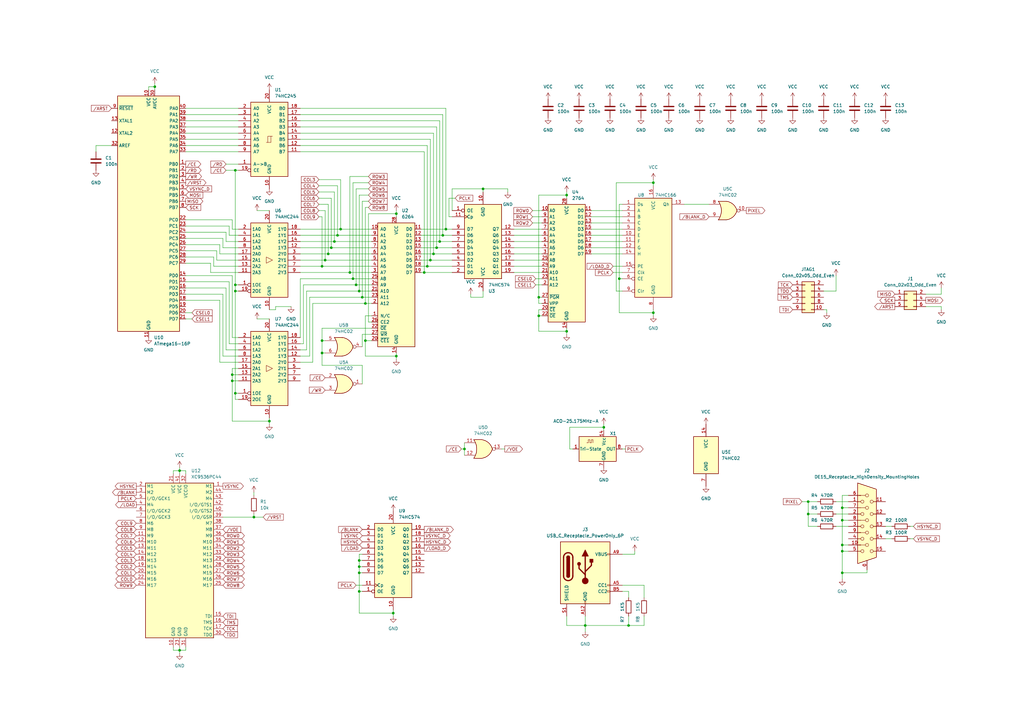
<source format=kicad_sch>
(kicad_sch (version 20231120) (generator "eeschema") (generator_version "8.0")
  (paper "A3")
  (junction (at 104.14 212.09))
  (junction (at 345.44 226.06))
  (junction (at 198.12 77.47))
  (junction (at 267.97 128.27))
  (junction (at 147.32 229.87))
  (junction (at 173.99 111.76))
  (junction (at 240.03 256.54))
  (junction (at 148.59 121.92))
  (junction (at 96.52 161.29))
  (junction (at 247.65 175.26))
  (junction (at 96.52 69.85))
  (junction (at 63.5 35.56))
  (junction (at 95.25 153.67))
  (junction (at 232.41 135.89))
  (junction (at 134.62 104.14))
  (junction (at 176.53 106.68))
  (junction (at 331.47 205.74))
  (junction (at 146.05 116.84))
  (junction (at 110.49 172.72))
  (junction (at 144.78 114.3))
  (junction (at 180.34 99.06))
  (junction (at 96.52 116.84))
  (junction (at 135.89 101.6))
  (junction (at 139.7 93.98))
  (junction (at 161.29 251.46))
  (junction (at 254 114.3))
  (junction (at 345.44 208.28))
  (junction (at 345.44 234.95))
  (junction (at 73.66 266.7))
  (junction (at 257.81 256.54))
  (junction (at 73.66 193.04))
  (junction (at 149.86 124.46))
  (junction (at 232.41 80.01))
  (junction (at 267.97 74.93))
  (junction (at 179.07 101.6))
  (junction (at 147.32 234.95))
  (junction (at 345.44 223.52))
  (junction (at 162.56 146.05))
  (junction (at 162.56 87.63))
  (junction (at 133.35 106.68))
  (junction (at 220.98 121.92))
  (junction (at 132.08 139.7))
  (junction (at 175.26 109.22))
  (junction (at 181.61 96.52))
  (junction (at 137.16 99.06))
  (junction (at 147.32 119.38))
  (junction (at 331.47 210.82))
  (junction (at 132.08 144.78))
  (junction (at 132.08 109.22))
  (junction (at 190.5 184.15))
  (junction (at 138.43 96.52))
  (junction (at 149.86 139.7))
  (junction (at 220.98 129.54))
  (junction (at 143.51 111.76))
  (junction (at 96.52 119.38))
  (junction (at 177.8 104.14))
  (junction (at 147.32 242.57))
  (junction (at 182.88 93.98))
  (junction (at 147.32 232.41))
  (junction (at 95.25 156.21))
  (junction (at 345.44 213.36))
  (wire (pts (xy 177.8 104.14) (xy 185.42 104.14)))
  (wire (pts (xy 267.97 128.27) (xy 254 128.27)))
  (wire (pts (xy 76.2 194.31) (xy 76.2 193.04)))
  (wire (pts (xy 162.56 146.05) (xy 149.86 146.05)))
  (wire (pts (xy 147.32 234.95) (xy 147.32 232.41)))
  (wire (pts (xy 76.2 265.43) (xy 76.2 266.7)))
  (wire (pts (xy 123.19 59.69) (xy 175.26 59.69)))
  (wire (pts (xy 190.5 181.61) (xy 190.5 184.15)))
  (wire (pts (xy 147.32 229.87) (xy 148.59 229.87)))
  (wire (pts (xy 148.59 157.48) (xy 148.59 149.86)))
  (wire (pts (xy 337.82 119.38) (xy 342.9 119.38)))
  (wire (pts (xy 123.19 111.76) (xy 143.51 111.76)))
  (wire (pts (xy 124.46 140.97) (xy 124.46 116.84)))
  (wire (pts (xy 76.2 46.99) (xy 97.79 46.99)))
  (wire (pts (xy 232.41 256.54) (xy 240.03 256.54)))
  (wire (pts (xy 255.27 184.15) (xy 256.54 184.15)))
  (wire (pts (xy 147.32 119.38) (xy 152.4 119.38)))
  (wire (pts (xy 130.81 83.82) (xy 134.62 83.82)))
  (wire (pts (xy 90.17 148.59) (xy 97.79 148.59)))
  (wire (pts (xy 232.41 252.73) (xy 232.41 256.54)))
  (wire (pts (xy 345.44 234.95) (xy 345.44 237.49)))
  (wire (pts (xy 92.71 67.31) (xy 97.79 67.31)))
  (wire (pts (xy 331.47 215.9) (xy 331.47 210.82)))
  (wire (pts (xy 162.56 147.32) (xy 162.56 146.05)))
  (wire (pts (xy 240.03 252.73) (xy 240.03 256.54)))
  (wire (pts (xy 280.67 83.82) (xy 290.83 83.82)))
  (wire (pts (xy 113.03 125.73) (xy 119.38 125.73)))
  (wire (pts (xy 123.19 106.68) (xy 133.35 106.68)))
  (wire (pts (xy 123.19 99.06) (xy 137.16 99.06)))
  (wire (pts (xy 123.19 54.61) (xy 177.8 54.61)))
  (wire (pts (xy 179.07 52.07) (xy 179.07 101.6)))
  (wire (pts (xy 147.32 242.57) (xy 147.32 234.95)))
  (wire (pts (xy 242.57 104.14) (xy 255.27 104.14)))
  (wire (pts (xy 139.7 73.66) (xy 139.7 93.98)))
  (wire (pts (xy 92.71 143.51) (xy 97.79 143.51)))
  (wire (pts (xy 232.41 80.01) (xy 232.41 81.28)))
  (wire (pts (xy 242.57 88.9) (xy 255.27 88.9)))
  (wire (pts (xy 123.19 93.98) (xy 139.7 93.98)))
  (wire (pts (xy 233.68 184.15) (xy 234.95 184.15)))
  (wire (pts (xy 130.81 86.36) (xy 133.35 86.36)))
  (wire (pts (xy 162.56 146.05) (xy 162.56 144.78)))
  (wire (pts (xy 161.29 251.46) (xy 147.32 251.46)))
  (wire (pts (xy 179.07 101.6) (xy 185.42 101.6)))
  (wire (pts (xy 123.19 44.45) (xy 182.88 44.45)))
  (wire (pts (xy 175.26 109.22) (xy 185.42 109.22)))
  (wire (pts (xy 147.32 80.01) (xy 147.32 119.38)))
  (wire (pts (xy 130.81 76.2) (xy 138.43 76.2)))
  (wire (pts (xy 242.57 91.44) (xy 255.27 91.44)))
  (wire (pts (xy 345.44 213.36) (xy 345.44 223.52)))
  (wire (pts (xy 86.36 107.95) (xy 86.36 111.76)))
  (wire (pts (xy 91.44 97.79) (xy 91.44 101.6)))
  (wire (pts (xy 347.98 226.06) (xy 345.44 226.06)))
  (wire (pts (xy 172.72 93.98) (xy 182.88 93.98)))
  (wire (pts (xy 105.41 86.36) (xy 110.49 86.36)))
  (wire (pts (xy 76.2 59.69) (xy 97.79 59.69)))
  (wire (pts (xy 93.98 92.71) (xy 93.98 96.52)))
  (wire (pts (xy 255.27 119.38) (xy 252.73 119.38)))
  (wire (pts (xy 257.81 256.54) (xy 264.16 256.54)))
  (wire (pts (xy 134.62 104.14) (xy 152.4 104.14)))
  (wire (pts (xy 267.97 128.27) (xy 267.97 127)))
  (wire (pts (xy 218.44 88.9) (xy 222.25 88.9)))
  (wire (pts (xy 76.2 100.33) (xy 90.17 100.33)))
  (wire (pts (xy 96.52 119.38) (xy 96.52 161.29)))
  (wire (pts (xy 95.25 90.17) (xy 95.25 93.98)))
  (wire (pts (xy 124.46 116.84) (xy 146.05 116.84)))
  (wire (pts (xy 139.7 93.98) (xy 152.4 93.98)))
  (wire (pts (xy 182.88 44.45) (xy 182.88 93.98)))
  (wire (pts (xy 76.2 120.65) (xy 91.44 120.65)))
  (wire (pts (xy 88.9 106.68) (xy 97.79 106.68)))
  (wire (pts (xy 198.12 77.47) (xy 208.28 77.47)))
  (wire (pts (xy 173.99 62.23) (xy 173.99 111.76)))
  (wire (pts (xy 133.35 106.68) (xy 152.4 106.68)))
  (wire (pts (xy 184.15 88.9) (xy 184.15 81.28)))
  (wire (pts (xy 184.15 81.28) (xy 186.69 81.28)))
  (wire (pts (xy 255.27 242.57) (xy 257.81 242.57)))
  (wire (pts (xy 123.19 143.51) (xy 125.73 143.51)))
  (wire (pts (xy 137.16 78.74) (xy 137.16 99.06)))
  (wire (pts (xy 242.57 99.06) (xy 255.27 99.06)))
  (wire (pts (xy 210.82 99.06) (xy 222.25 99.06)))
  (wire (pts (xy 73.66 193.04) (xy 73.66 194.31)))
  (wire (pts (xy 208.28 77.47) (xy 208.28 78.74)))
  (wire (pts (xy 247.65 175.26) (xy 233.68 175.26)))
  (wire (pts (xy 76.2 57.15) (xy 97.79 57.15)))
  (wire (pts (xy 73.66 265.43) (xy 73.66 266.7)))
  (wire (pts (xy 218.44 91.44) (xy 222.25 91.44)))
  (wire (pts (xy 345.44 208.28) (xy 347.98 208.28)))
  (wire (pts (xy 132.08 149.86) (xy 132.08 144.78)))
  (wire (pts (xy 255.27 227.33) (xy 260.35 227.33)))
  (wire (pts (xy 63.5 34.29) (xy 63.5 35.56)))
  (wire (pts (xy 161.29 250.19) (xy 161.29 251.46)))
  (wire (pts (xy 363.22 220.98) (xy 365.76 220.98)))
  (wire (pts (xy 76.2 62.23) (xy 97.79 62.23)))
  (wire (pts (xy 71.12 266.7) (xy 73.66 266.7)))
  (wire (pts (xy 162.56 87.63) (xy 162.56 88.9)))
  (wire (pts (xy 162.56 86.36) (xy 162.56 87.63)))
  (wire (pts (xy 247.65 175.26) (xy 247.65 176.53)))
  (wire (pts (xy 76.2 118.11) (xy 92.71 118.11)))
  (wire (pts (xy 76.2 54.61) (xy 97.79 54.61)))
  (wire (pts (xy 181.61 46.99) (xy 181.61 96.52)))
  (wire (pts (xy 180.34 99.06) (xy 185.42 99.06)))
  (wire (pts (xy 148.59 227.33) (xy 147.32 227.33)))
  (wire (pts (xy 254 114.3) (xy 254 128.27)))
  (wire (pts (xy 331.47 205.74) (xy 331.47 210.82)))
  (wire (pts (xy 182.88 93.98) (xy 185.42 93.98)))
  (wire (pts (xy 76.2 95.25) (xy 92.71 95.25)))
  (wire (pts (xy 222.25 121.92) (xy 220.98 121.92)))
  (wire (pts (xy 260.35 227.33) (xy 260.35 226.06)))
  (wire (pts (xy 355.6 233.68) (xy 355.6 234.95)))
  (wire (pts (xy 328.93 205.74) (xy 331.47 205.74)))
  (wire (pts (xy 374.65 220.98) (xy 373.38 220.98)))
  (wire (pts (xy 92.71 118.11) (xy 92.71 143.51)))
  (wire (pts (xy 76.2 130.81) (xy 78.74 130.81)))
  (wire (pts (xy 242.57 86.36) (xy 255.27 86.36)))
  (wire (pts (xy 267.97 74.93) (xy 252.73 74.93)))
  (wire (pts (xy 91.44 212.09) (xy 104.14 212.09)))
  (wire (pts (xy 247.65 173.99) (xy 247.65 175.26)))
  (wire (pts (xy 76.2 92.71) (xy 93.98 92.71)))
  (wire (pts (xy 220.98 124.46) (xy 220.98 121.92)))
  (wire (pts (xy 210.82 104.14) (xy 222.25 104.14)))
  (wire (pts (xy 60.96 35.56) (xy 60.96 36.83)))
  (wire (pts (xy 161.29 251.46) (xy 161.29 252.73)))
  (wire (pts (xy 220.98 127) (xy 220.98 129.54)))
  (wire (pts (xy 63.5 35.56) (xy 60.96 35.56)))
  (wire (pts (xy 95.25 138.43) (xy 97.79 138.43)))
  (wire (pts (xy 63.5 35.56) (xy 63.5 36.83)))
  (wire (pts (xy 193.04 121.92) (xy 198.12 121.92)))
  (wire (pts (xy 97.79 163.83) (xy 96.52 163.83)))
  (wire (pts (xy 135.89 81.28) (xy 135.89 101.6)))
  (wire (pts (xy 143.51 111.76) (xy 152.4 111.76)))
  (wire (pts (xy 151.13 77.47) (xy 146.05 77.47)))
  (wire (pts (xy 252.73 74.93) (xy 252.73 119.38)))
  (wire (pts (xy 127 121.92) (xy 148.59 121.92)))
  (wire (pts (xy 152.4 129.54) (xy 149.86 129.54)))
  (wire (pts (xy 267.97 129.54) (xy 267.97 128.27)))
  (wire (pts (xy 152.4 132.08) (xy 151.13 132.08)))
  (wire (pts (xy 147.32 227.33) (xy 147.32 229.87)))
  (wire (pts (xy 123.19 146.05) (xy 127 146.05)))
  (wire (pts (xy 104.14 210.82) (xy 104.14 212.09)))
  (wire (pts (xy 91.44 146.05) (xy 97.79 146.05)))
  (wire (pts (xy 176.53 106.68) (xy 185.42 106.68)))
  (wire (pts (xy 123.19 62.23) (xy 173.99 62.23)))
  (wire (pts (xy 339.09 127) (xy 339.09 128.27)))
  (wire (pts (xy 345.44 226.06) (xy 345.44 234.95)))
  (wire (pts (xy 123.19 109.22) (xy 132.08 109.22)))
  (wire (pts (xy 210.82 109.22) (xy 222.25 109.22)))
  (wire (pts (xy 96.52 119.38) (xy 97.79 119.38)))
  (wire (pts (xy 45.72 59.69) (xy 39.37 59.69)))
  (wire (pts (xy 219.71 114.3) (xy 222.25 114.3)))
  (wire (pts (xy 91.44 120.65) (xy 91.44 146.05)))
  (wire (pts (xy 90.17 123.19) (xy 90.17 148.59)))
  (wire (pts (xy 76.2 266.7) (xy 73.66 266.7)))
  (wire (pts (xy 125.73 143.51) (xy 125.73 119.38)))
  (wire (pts (xy 205.74 184.15) (xy 207.01 184.15)))
  (wire (pts (xy 257.81 256.54) (xy 257.81 252.73)))
  (wire (pts (xy 152.4 134.62) (xy 132.08 134.62)))
  (wire (pts (xy 255.27 240.03) (xy 264.16 240.03)))
  (wire (pts (xy 379.73 125.73) (xy 386.08 125.73)))
  (wire (pts (xy 175.26 59.69) (xy 175.26 109.22)))
  (wire (pts (xy 151.13 87.63) (xy 162.56 87.63)))
  (wire (pts (xy 193.04 120.65) (xy 193.04 121.92)))
  (wire (pts (xy 71.12 265.43) (xy 71.12 266.7)))
  (wire (pts (xy 123.19 52.07) (xy 179.07 52.07)))
  (wire (pts (xy 254 114.3) (xy 255.27 114.3)))
  (wire (pts (xy 76.2 115.57) (xy 93.98 115.57)))
  (wire (pts (xy 92.71 95.25) (xy 92.71 99.06)))
  (wire (pts (xy 138.43 76.2) (xy 138.43 96.52)))
  (wire (pts (xy 172.72 96.52) (xy 181.61 96.52)))
  (wire (pts (xy 71.12 194.31) (xy 71.12 193.04)))
  (wire (pts (xy 95.25 93.98) (xy 97.79 93.98)))
  (wire (pts (xy 172.72 99.06) (xy 180.34 99.06)))
  (wire (pts (xy 95.25 156.21) (xy 97.79 156.21)))
  (wire (pts (xy 345.44 208.28) (xy 345.44 213.36)))
  (wire (pts (xy 96.52 161.29) (xy 97.79 161.29)))
  (wire (pts (xy 88.9 102.87) (xy 88.9 106.68)))
  (wire (pts (xy 210.82 111.76) (xy 222.25 111.76)))
  (wire (pts (xy 130.81 73.66) (xy 139.7 73.66)))
  (wire (pts (xy 347.98 223.52) (xy 345.44 223.52)))
  (wire (pts (xy 127 146.05) (xy 127 121.92)))
  (wire (pts (xy 172.72 104.14) (xy 177.8 104.14)))
  (wire (pts (xy 267.97 73.66) (xy 267.97 74.93)))
  (wire (pts (xy 128.27 124.46) (xy 149.86 124.46)))
  (wire (pts (xy 73.66 193.04) (xy 73.66 191.77)))
  (wire (pts (xy 76.2 193.04) (xy 73.66 193.04)))
  (wire (pts (xy 144.78 114.3) (xy 152.4 114.3)))
  (wire (pts (xy 76.2 113.03) (xy 95.25 113.03)))
  (wire (pts (xy 232.41 135.89) (xy 220.98 135.89)))
  (wire (pts (xy 347.98 203.2) (xy 345.44 203.2)))
  (wire (pts (xy 233.68 175.26) (xy 233.68 184.15)))
  (wire (pts (xy 132.08 134.62) (xy 132.08 139.7)))
  (wire (pts (xy 242.57 93.98) (xy 255.27 93.98)))
  (wire (pts (xy 180.34 49.53) (xy 180.34 99.06)))
  (wire (pts (xy 242.57 96.52) (xy 255.27 96.52)))
  (wire (pts (xy 76.2 52.07) (xy 97.79 52.07)))
  (wire (pts (xy 147.32 229.87) (xy 147.32 232.41)))
  (wire (pts (xy 149.86 139.7) (xy 152.4 139.7)))
  (wire (pts (xy 96.52 69.85) (xy 96.52 116.84)))
  (wire (pts (xy 185.42 88.9) (xy 184.15 88.9)))
  (wire (pts (xy 210.82 93.98) (xy 222.25 93.98)))
  (wire (pts (xy 345.44 223.52) (xy 345.44 226.06)))
  (wire (pts (xy 132.08 88.9) (xy 132.08 109.22)))
  (wire (pts (xy 146.05 116.84) (xy 152.4 116.84)))
  (wire (pts (xy 251.46 111.76) (xy 255.27 111.76)))
  (wire (pts (xy 90.17 104.14) (xy 97.79 104.14)))
  (wire (pts (xy 185.42 77.47) (xy 198.12 77.47)))
  (wire (pts (xy 149.86 124.46) (xy 152.4 124.46)))
  (wire (pts (xy 143.51 72.39) (xy 143.51 111.76)))
  (wire (pts (xy 220.98 129.54) (xy 222.25 129.54)))
  (wire (pts (xy 374.65 215.9) (xy 373.38 215.9)))
  (wire (pts (xy 123.19 148.59) (xy 128.27 148.59)))
  (wire (pts (xy 39.37 59.69) (xy 39.37 62.23)))
  (wire (pts (xy 172.72 109.22) (xy 175.26 109.22)))
  (wire (pts (xy 123.19 57.15) (xy 176.53 57.15)))
  (wire (pts (xy 93.98 115.57) (xy 93.98 140.97)))
  (wire (pts (xy 146.05 240.03) (xy 148.59 240.03)))
  (wire (pts (xy 219.71 116.84) (xy 222.25 116.84)))
  (wire (pts (xy 76.2 102.87) (xy 88.9 102.87)))
  (wire (pts (xy 128.27 148.59) (xy 128.27 124.46)))
  (wire (pts (xy 76.2 128.27) (xy 78.74 128.27)))
  (wire (pts (xy 92.71 69.85) (xy 96.52 69.85)))
  (wire (pts (xy 123.19 114.3) (xy 144.78 114.3)))
  (wire (pts (xy 123.19 46.99) (xy 181.61 46.99)))
  (wire (pts (xy 110.49 127) (xy 113.03 127)))
  (wire (pts (xy 331.47 210.82) (xy 335.28 210.82)))
  (wire (pts (xy 264.16 240.03) (xy 264.16 245.11)))
  (wire (pts (xy 87.63 105.41) (xy 87.63 109.22)))
  (wire (pts (xy 342.9 215.9) (xy 347.98 215.9)))
  (wire (pts (xy 95.25 113.03) (xy 95.25 138.43)))
  (wire (pts (xy 147.32 232.41) (xy 148.59 232.41)))
  (wire (pts (xy 210.82 101.6) (xy 222.25 101.6)))
  (wire (pts (xy 104.14 201.93) (xy 104.14 203.2)))
  (wire (pts (xy 73.66 266.7) (xy 73.66 267.97)))
  (wire (pts (xy 240.03 256.54) (xy 257.81 256.54)))
  (wire (pts (xy 342.9 210.82) (xy 347.98 210.82)))
  (wire (pts (xy 133.35 86.36) (xy 133.35 106.68)))
  (wire (pts (xy 132.08 109.22) (xy 152.4 109.22)))
  (wire (pts (xy 138.43 96.52) (xy 152.4 96.52)))
  (wire (pts (xy 76.2 107.95) (xy 86.36 107.95)))
  (wire (pts (xy 123.19 104.14) (xy 134.62 104.14)))
  (wire (pts (xy 240.03 256.54) (xy 240.03 259.08)))
  (wire (pts (xy 149.86 146.05) (xy 149.86 139.7)))
  (wire (pts (xy 151.13 87.63) (xy 151.13 132.08)))
  (wire (pts (xy 172.72 101.6) (xy 179.07 101.6)))
  (wire (pts (xy 176.53 57.15) (xy 176.53 106.68)))
  (wire (pts (xy 345.44 234.95) (xy 355.6 234.95)))
  (wire (pts (xy 110.49 172.72) (xy 110.49 171.45)))
  (wire (pts (xy 198.12 77.47) (xy 198.12 78.74)))
  (wire (pts (xy 190.5 184.15) (xy 190.5 186.69)))
  (wire (pts (xy 130.81 81.28) (xy 135.89 81.28)))
  (wire (pts (xy 148.59 121.92) (xy 152.4 121.92)))
  (wire (pts (xy 104.14 212.09) (xy 107.95 212.09)))
  (wire (pts (xy 95.25 153.67) (xy 97.79 153.67)))
  (wire (pts (xy 173.99 111.76) (xy 185.42 111.76)))
  (wire (pts (xy 267.97 74.93) (xy 267.97 76.2)))
  (wire (pts (xy 172.72 111.76) (xy 173.99 111.76)))
  (wire (pts (xy 232.41 134.62) (xy 232.41 135.89)))
  (wire (pts (xy 363.22 215.9) (xy 365.76 215.9)))
  (wire (pts (xy 335.28 215.9) (xy 331.47 215.9)))
  (wire (pts (xy 148.59 82.55) (xy 148.59 121.92)))
  (wire (pts (xy 198.12 121.92) (xy 198.12 119.38)))
  (wire (pts (xy 220.98 121.92) (xy 220.98 80.01)))
  (wire (pts (xy 105.41 130.81) (xy 110.49 130.81)))
  (wire (pts (xy 177.8 54.61) (xy 177.8 104.14)))
  (wire (pts (xy 97.79 116.84) (xy 96.52 116.84)))
  (wire (pts (xy 337.82 127) (xy 339.09 127)))
  (wire (pts (xy 76.2 49.53) (xy 97.79 49.53)))
  (wire (pts (xy 86.36 111.76) (xy 97.79 111.76)))
  (wire (pts (xy 152.4 137.16) (xy 148.59 137.16)))
  (wire (pts (xy 149.86 129.54) (xy 149.86 139.7)))
  (wire (pts (xy 148.59 137.16) (xy 148.59 142.24)))
  (wire (pts (xy 95.25 156.21) (xy 95.25 153.67)))
  (wire (pts (xy 96.52 69.85) (xy 97.79 69.85)))
  (wire (pts (xy 172.72 106.68) (xy 176.53 106.68)))
  (wire (pts (xy 379.73 120.65) (xy 386.08 120.65)))
  (wire (pts (xy 123.19 140.97) (xy 124.46 140.97)))
  (wire (pts (xy 151.13 74.93) (xy 144.78 74.93)))
  (wire (pts (xy 335.28 205.74) (xy 331.47 205.74)))
  (wire (pts (xy 123.19 138.43) (xy 123.19 114.3)))
  (wire (pts (xy 110.49 173.99) (xy 110.49 172.72)))
  (wire (pts (xy 189.23 184.15) (xy 190.5 184.15)))
  (wire (pts (xy 132.08 139.7) (xy 133.35 139.7)))
  (wire (pts (xy 220.98 80.01) (xy 232.41 80.01)))
  (wire (pts (xy 110.49 172.72) (xy 95.25 172.72)))
  (wire (pts (xy 342.9 205.74) (xy 347.98 205.74)))
  (wire (pts (xy 93.98 140.97) (xy 97.79 140.97)))
  (wire (pts (xy 76.2 97.79) (xy 91.44 97.79)))
  (wire (pts (xy 345.44 213.36) (xy 347.98 213.36)))
  (wire (pts (xy 232.41 78.74) (xy 232.41 80.01)))
  (wire (pts (xy 71.12 193.04) (xy 73.66 193.04)))
  (wire (pts (xy 137.16 99.06) (xy 152.4 99.06)))
  (wire (pts (xy 130.81 78.74) (xy 137.16 78.74)))
  (wire (pts (xy 125.73 119.38) (xy 147.32 119.38)))
  (wire (pts (xy 146.05 77.47) (xy 146.05 116.84)))
  (wire (pts (xy 91.44 101.6) (xy 97.79 101.6)))
  (wire (pts (xy 151.13 82.55) (xy 148.59 82.55)))
  (wire (pts (xy 93.98 96.52) (xy 97.79 96.52)))
  (wire (pts (xy 210.82 96.52) (xy 222.25 96.52)))
  (wire (pts (xy 95.25 153.67) (xy 95.25 151.13)))
  (wire (pts (xy 222.25 124.46) (xy 220.98 124.46)))
  (wire (pts (xy 123.19 101.6) (xy 135.89 101.6)))
  (wire (pts (xy 135.89 101.6) (xy 152.4 101.6)))
  (wire (pts (xy 123.19 96.52) (xy 138.43 96.52)))
  (wire (pts (xy 90.17 100.33) (xy 90.17 104.14)))
  (wire (pts (xy 132.08 144.78) (xy 133.35 144.78)))
  (wire (pts (xy 76.2 105.41) (xy 87.63 105.41)))
  (wire (pts (xy 345.44 203.2) (xy 345.44 208.28)))
  (wire (pts (xy 386.08 120.65) (xy 386.08 118.11)))
  (wire (pts (xy 342.9 119.38) (xy 342.9 113.03)))
  (wire (pts (xy 220.98 135.89) (xy 220.98 129.54)))
  (wire (pts (xy 222.25 127) (xy 220.98 127)))
  (wire (pts (xy 210.82 106.68) (xy 222.25 106.68)))
  (wire (pts (xy 147.32 251.46) (xy 147.32 242.57)))
  (wire (pts (xy 147.32 234.95) (xy 148.59 234.95)))
  (wire (pts (xy 254 83.82) (xy 255.27 83.82)))
  (wire (pts (xy 134.62 83.82) (xy 134.62 104.14)))
  (wire (pts (xy 132.08 144.78) (xy 132.08 139.7)))
  (wire (pts (xy 76.2 90.17) (xy 95.25 90.17)))
  (wire (pts (xy 232.41 135.89) (xy 232.41 137.16)))
  (wire (pts (xy 95.25 172.72) (xy 95.25 156.21)))
  (wire (pts (xy 130.81 88.9) (xy 132.08 88.9)))
  (wire (pts (xy 147.32 242.57) (xy 148.59 242.57)))
  (wire (pts (xy 123.19 49.53) (xy 180.34 49.53)))
  (wire (pts (xy 257.81 242.57) (xy 257.81 245.11)))
  (wire (pts (xy 149.86 85.09) (xy 149.86 124.46)))
  (wire (pts (xy 242.57 101.6) (xy 255.27 101.6)))
  (wire (pts (xy 151.13 80.01) (xy 147.32 80.01)))
  (wire (pts (xy 113.03 127) (xy 113.03 125.73)))
  (wire (pts (xy 264.16 256.54) (xy 264.16 252.73)))
  (wire (pts (xy 181.61 96.52) (xy 185.42 96.52)))
  (wire (pts (xy 76.2 123.19) (xy 90.17 123.19)))
  (wire (pts (xy 218.44 86.36) (xy 222.25 86.36)))
  (wire (pts (xy 251.46 109.22) (xy 255.27 109.22)))
  (wire (pts (xy 151.13 85.09) (xy 149.86 85.09)))
  (wire (pts (xy 386.08 125.73) (xy 386.08 127)))
  (wire (pts (xy 96.52 163.83) (xy 96.52 161.29)))
  (wire (pts (xy 185.42 86.36) (xy 185.42 77.47)))
  (wire (pts (xy 254 83.82) (xy 254 114.3)))
  (wire (pts (xy 151.13 72.39) (xy 143.51 72.39)))
  (wire (pts (xy 148.59 149.86) (xy 132.08 149.86)))
  (wire (pts (xy 87.63 109.22) (xy 97.79 109.22)))
  (wire (pts (xy 76.2 44.45) (xy 97.79 44.45)))
  (wire (pts (xy 144.78 74.93) (xy 144.78 114.3)))
  (wire (pts (xy 95.25 151.13) (xy 97.79 151.13)))
  (wire (pts (xy 96.52 116.84) (xy 96.52 119.38)))
  (wire (pts (xy 92.71 99.06) (xy 97.79 99.06)))
  (global_label "PCLK" (shape input) (at 251.46 111.76 180) (property "Intersheetrefs" "${INTERSHEET_REFS}" (effects (hide yes))))
  (global_label "SCK" (shape input) (at 76.2 85.09 0) (property "Intersheetrefs" "${INTERSHEET_REFS}" (effects (hide yes))))
  (global_label "ROW8" (shape tri_state) (at 91.44 240.03 0) (property "Intersheetrefs" "${INTERSHEET_REFS}" (effects (hide yes))))
  (global_label "COL9" (shape tri_state) (at 55.88 214.63 180) (property "Intersheetrefs" "${INTERSHEET_REFS}" (effects (hide yes))))
  (global_label "CSEL1" (shape input) (at 219.71 116.84 180) (property "Intersheetrefs" "${INTERSHEET_REFS}" (effects (hide yes))))
  (global_label "ROW4" (shape tri_state) (at 91.44 229.87 0) (property "Intersheetrefs" "${INTERSHEET_REFS}" (effects (hide yes))))
  (global_label "{slash}BLANK" (shape output) (at 55.88 201.93 180) (property "Intersheetrefs" "${INTERSHEET_REFS}" (effects (hide yes))))
  (global_label "MISO" (shape output) (at 76.2 82.55 0) (property "Intersheetrefs" "${INTERSHEET_REFS}" (effects (hide yes))))
  (global_label "COL8" (shape input) (at 130.81 86.36 180) (property "Intersheetrefs" "${INTERSHEET_REFS}" (effects (hide yes))))
  (global_label "VSYNC_D" (shape input) (at 76.2 77.47 0) (property "Intersheetrefs" "${INTERSHEET_REFS}" (effects (hide yes))))
  (global_label "{slash}VOE" (shape input) (at 91.44 217.17 0) (property "Intersheetrefs" "${INTERSHEET_REFS}" (effects (hide yes))))
  (global_label "ROW6" (shape tri_state) (at 91.44 234.95 0) (property "Intersheetrefs" "${INTERSHEET_REFS}" (effects (hide yes))))
  (global_label "HSYNC" (shape output) (at 55.88 199.39 180) (property "Intersheetrefs" "${INTERSHEET_REFS}" (effects (hide yes))))
  (global_label "COL5" (shape input) (at 130.81 78.74 180) (property "Intersheetrefs" "${INTERSHEET_REFS}" (effects (hide yes))))
  (global_label "MOSI" (shape input) (at 76.2 80.01 0) (property "Intersheetrefs" "${INTERSHEET_REFS}" (effects (hide yes))))
  (global_label "ROW6" (shape input) (at 151.13 80.01 0) (property "Intersheetrefs" "${INTERSHEET_REFS}" (effects (hide yes))))
  (global_label "ROW2" (shape tri_state) (at 91.44 224.79 0) (property "Intersheetrefs" "${INTERSHEET_REFS}" (effects (hide yes))))
  (global_label "MISO" (shape input) (at 367.03 120.65 180) (property "Intersheetrefs" "${INTERSHEET_REFS}" (effects (hide yes))))
  (global_label "COL6" (shape input) (at 130.81 81.28 180) (property "Intersheetrefs" "${INTERSHEET_REFS}" (effects (hide yes))))
  (global_label "{slash}RD" (shape input) (at 92.71 67.31 180) (property "Intersheetrefs" "${INTERSHEET_REFS}" (effects (hide yes))))
  (global_label "COL1" (shape tri_state) (at 55.88 234.95 180) (property "Intersheetrefs" "${INTERSHEET_REFS}" (effects (hide yes))))
  (global_label "{slash}ARST" (shape output) (at 367.03 125.73 180) (property "Intersheetrefs" "${INTERSHEET_REFS}" (effects (hide yes))))
  (global_label "COL3" (shape input) (at 130.81 73.66 180) (property "Intersheetrefs" "${INTERSHEET_REFS}" (effects (hide yes))))
  (global_label "ROW7" (shape tri_state) (at 91.44 237.49 0) (property "Intersheetrefs" "${INTERSHEET_REFS}" (effects (hide yes))))
  (global_label "ROW1" (shape input) (at 218.44 88.9 180) (property "Intersheetrefs" "${INTERSHEET_REFS}" (effects (hide yes))))
  (global_label "PCLK" (shape output) (at 256.54 184.15 0) (property "Intersheetrefs" "${INTERSHEET_REFS}" (effects (hide yes))))
  (global_label "VSYNC" (shape output) (at 91.44 199.39 0) (property "Intersheetrefs" "${INTERSHEET_REFS}" (effects (hide yes))))
  (global_label "ROW8" (shape input) (at 151.13 85.09 0) (property "Intersheetrefs" "${INTERSHEET_REFS}" (effects (hide yes))))
  (global_label "ROW2" (shape input) (at 218.44 91.44 180) (property "Intersheetrefs" "${INTERSHEET_REFS}" (effects (hide yes))))
  (global_label "{slash}LOAD" (shape output) (at 55.88 207.01 180) (property "Intersheetrefs" "${INTERSHEET_REFS}" (effects (hide yes))))
  (global_label "VSYNC" (shape input) (at 148.59 219.71 180) (property "Intersheetrefs" "${INTERSHEET_REFS}" (effects (hide yes))))
  (global_label "COL0" (shape tri_state) (at 55.88 237.49 180) (property "Intersheetrefs" "${INTERSHEET_REFS}" (effects (hide yes))))
  (global_label "COL3" (shape tri_state) (at 55.88 229.87 180) (property "Intersheetrefs" "${INTERSHEET_REFS}" (effects (hide yes))))
  (global_label "PCLK" (shape input) (at 186.69 81.28 0) (property "Intersheetrefs" "${INTERSHEET_REFS}" (effects (hide yes))))
  (global_label "HSYNC_D" (shape output) (at 173.99 222.25 0) (property "Intersheetrefs" "${INTERSHEET_REFS}" (effects (hide yes))))
  (global_label "ROW3" (shape tri_state) (at 91.44 227.33 0) (property "Intersheetrefs" "${INTERSHEET_REFS}" (effects (hide yes))))
  (global_label "ROW0" (shape tri_state) (at 91.44 219.71 0) (property "Intersheetrefs" "${INTERSHEET_REFS}" (effects (hide yes))))
  (global_label "TDO" (shape input) (at 325.12 119.38 180) (property "Intersheetrefs" "${INTERSHEET_REFS}" (effects (hide yes))))
  (global_label "ROW0" (shape input) (at 218.44 86.36 180) (property "Intersheetrefs" "${INTERSHEET_REFS}" (effects (hide yes))))
  (global_label "{slash}WR" (shape input) (at 133.35 160.02 180) (property "Intersheetrefs" "${INTERSHEET_REFS}" (effects (hide yes))))
  (global_label "{slash}RD" (shape output) (at 76.2 69.85 0) (property "Intersheetrefs" "${INTERSHEET_REFS}" (effects (hide yes))))
  (global_label "CSEL0" (shape input) (at 78.74 128.27 0) (property "Intersheetrefs" "${INTERSHEET_REFS}" (effects (hide yes))))
  (global_label "{slash}BLANK_D" (shape output) (at 173.99 217.17 0) (property "Intersheetrefs" "${INTERSHEET_REFS}" (effects (hide yes))))
  (global_label "COL8" (shape tri_state) (at 55.88 217.17 180) (property "Intersheetrefs" "${INTERSHEET_REFS}" (effects (hide yes))))
  (global_label "{slash}VRST" (shape output) (at 76.2 74.93 0) (property "Intersheetrefs" "${INTERSHEET_REFS}" (effects (hide yes))))
  (global_label "PIXEL" (shape input) (at 328.93 205.74 180) (property "Intersheetrefs" "${INTERSHEET_REFS}" (effects (hide yes))))
  (global_label "{slash}CE" (shape input) (at 189.23 184.15 180) (property "Intersheetrefs" "${INTERSHEET_REFS}" (effects (hide yes))))
  (global_label "COL2" (shape tri_state) (at 55.88 232.41 180) (property "Intersheetrefs" "${INTERSHEET_REFS}" (effects (hide yes))))
  (global_label "{slash}CE" (shape output) (at 76.2 67.31 0) (property "Intersheetrefs" "${INTERSHEET_REFS}" (effects (hide yes))))
  (global_label "TCK" (shape input) (at 325.12 116.84 180) (property "Intersheetrefs" "${INTERSHEET_REFS}" (effects (hide yes))))
  (global_label "HSYNC" (shape input) (at 148.59 222.25 180) (property "Intersheetrefs" "${INTERSHEET_REFS}" (effects (hide yes))))
  (global_label "{slash}WR" (shape output) (at 76.2 72.39 0) (property "Intersheetrefs" "${INTERSHEET_REFS}" (effects (hide yes))))
  (global_label "CSEL1" (shape input) (at 78.74 130.81 0) (property "Intersheetrefs" "${INTERSHEET_REFS}" (effects (hide yes))))
  (global_label "ROW1" (shape tri_state) (at 91.44 222.25 0) (property "Intersheetrefs" "${INTERSHEET_REFS}" (effects (hide yes))))
  (global_label "TDI" (shape input) (at 91.44 252.73 0) (property "Intersheetrefs" "${INTERSHEET_REFS}" (effects (hide yes))))
  (global_label "PCLK" (shape input) (at 55.88 204.47 180) (property "Intersheetrefs" "${INTERSHEET_REFS}" (effects (hide yes))))
  (global_label "TDI" (shape input) (at 325.12 127 180) (property "Intersheetrefs" "${INTERSHEET_REFS}" (effects (hide yes))))
  (global_label "COL6" (shape tri_state) (at 55.88 222.25 180) (property "Intersheetrefs" "${INTERSHEET_REFS}" (effects (hide yes))))
  (global_label "{slash}LOAD" (shape input) (at 148.59 224.79 180) (property "Intersheetrefs" "${INTERSHEET_REFS}" (effects (hide yes))))
  (global_label "{slash}CE" (shape input) (at 133.35 154.94 180) (property "Intersheetrefs" "${INTERSHEET_REFS}" (effects (hide yes))))
  (global_label "{slash}BLANK_D" (shape input) (at 290.83 88.9 180) (property "Intersheetrefs" "${INTERSHEET_REFS}" (effects (hide yes))))
  (global_label "HSYNC_D" (shape input) (at 374.65 215.9 0) (property "Intersheetrefs" "${INTERSHEET_REFS}" (effects (hide yes))))
  (global_label "{slash}ARST" (shape input) (at 45.72 44.45 180) (property "Intersheetrefs" "${INTERSHEET_REFS}" (effects (hide yes))))
  (global_label "VSYNC_D" (shape output) (at 173.99 219.71 0) (property "Intersheetrefs" "${INTERSHEET_REFS}" (effects (hide yes))))
  (global_label "PIXEL" (shape output) (at 306.07 86.36 0) (property "Intersheetrefs" "${INTERSHEET_REFS}" (effects (hide yes))))
  (global_label "TDO" (shape input) (at 91.44 260.35 0) (property "Intersheetrefs" "${INTERSHEET_REFS}" (effects (hide yes))))
  (global_label "ROW7" (shape input) (at 151.13 82.55 0) (property "Intersheetrefs" "${INTERSHEET_REFS}" (effects (hide yes))))
  (global_label "COL9" (shape input) (at 130.81 88.9 180) (property "Intersheetrefs" "${INTERSHEET_REFS}" (effects (hide yes))))
  (global_label "ROW9" (shape tri_state) (at 55.88 240.03 180) (property "Intersheetrefs" "${INTERSHEET_REFS}" (effects (hide yes))))
  (global_label "CSEL0" (shape input) (at 219.71 114.3 180) (property "Intersheetrefs" "${INTERSHEET_REFS}" (effects (hide yes))))
  (global_label "COL4" (shape tri_state) (at 55.88 227.33 180) (property "Intersheetrefs" "${INTERSHEET_REFS}" (effects (hide yes))))
  (global_label "{slash}BLANK" (shape input) (at 148.59 217.17 180) (property "Intersheetrefs" "${INTERSHEET_REFS}" (effects (hide yes))))
  (global_label "SCK" (shape output) (at 367.03 123.19 180) (property "Intersheetrefs" "${INTERSHEET_REFS}" (effects (hide yes))))
  (global_label "MOSI" (shape output) (at 379.73 123.19 0) (property "Intersheetrefs" "${INTERSHEET_REFS}" (effects (hide yes))))
  (global_label "TCK" (shape input) (at 91.44 257.81 0) (property "Intersheetrefs" "${INTERSHEET_REFS}" (effects (hide yes))))
  (global_label "ROW5" (shape input) (at 151.13 77.47 0) (property "Intersheetrefs" "${INTERSHEET_REFS}" (effects (hide yes))))
  (global_label "TMS" (shape input) (at 325.12 121.92 180) (property "Intersheetrefs" "${INTERSHEET_REFS}" (effects (hide yes))))
  (global_label "PCLK" (shape input) (at 146.05 240.03 180) (property "Intersheetrefs" "${INTERSHEET_REFS}" (effects (hide yes))))
  (global_label "{slash}LOAD_D" (shape output) (at 173.99 224.79 0) (property "Intersheetrefs" "${INTERSHEET_REFS}" (effects (hide yes))))
  (global_label "ROW4" (shape input) (at 151.13 74.93 0) (property "Intersheetrefs" "${INTERSHEET_REFS}" (effects (hide yes))))
  (global_label "{slash}VOE" (shape output) (at 207.01 184.15 0) (property "Intersheetrefs" "${INTERSHEET_REFS}" (effects (hide yes))))
  (global_label "ROW5" (shape tri_state) (at 91.44 232.41 0) (property "Intersheetrefs" "${INTERSHEET_REFS}" (effects (hide yes))))
  (global_label "COL7" (shape input) (at 130.81 83.82 180) (property "Intersheetrefs" "${INTERSHEET_REFS}" (effects (hide yes))))
  (global_label "TMS" (shape input) (at 91.44 255.27 0) (property "Intersheetrefs" "${INTERSHEET_REFS}" (effects (hide yes))))
  (global_label "{slash}VRST" (shape input) (at 107.95 212.09 0) (property "Intersheetrefs" "${INTERSHEET_REFS}" (effects (hide yes))))
  (global_label "ROW3" (shape input) (at 151.13 72.39 0) (property "Intersheetrefs" "${INTERSHEET_REFS}" (effects (hide yes))))
  (global_label "{slash}LOAD_D" (shape input) (at 251.46 109.22 180) (property "Intersheetrefs" "${INTERSHEET_REFS}" (effects (hide yes))))
  (global_label "VSYNC_D" (shape input) (at 374.65 220.98 0) (property "Intersheetrefs" "${INTERSHEET_REFS}" (effects (hide yes))))
  (global_label "COL5" (shape tri_state) (at 55.88 224.79 180) (property "Intersheetrefs" "${INTERSHEET_REFS}" (effects (hide yes))))
  (global_label "{slash}CE" (shape input) (at 92.71 69.85 180) (property "Intersheetrefs" "${INTERSHEET_REFS}" (effects (hide yes))))
  (global_label "COL7" (shape tri_state) (at 55.88 219.71 180) (property "Intersheetrefs" "${INTERSHEET_REFS}" (effects (hide yes))))
  (global_label "COL4" (shape input) (at 130.81 76.2 180) (property "Intersheetrefs" "${INTERSHEET_REFS}" (effects (hide yes))))
  (symbol (lib_id "power:VCC") (at 289.56 173.99 0) (unit 1)
    (property "Reference" "#PWR019" (effects (hide yes)))
    (property "Value" "VCC" (at 289.56 168.91 0))
  )
  (symbol (lib_id "74xx:74HC02") (at 140.97 142.24 0) (unit 2)
    (property "Reference" "U5" (at 140.97 133.35 0))
    (property "Value" "74HC02" (at 140.97 135.89 0))
    (property "Footprint" "PCM_Package_DIP_AKL:DIP-14_W7.62mm" (effects (hide yes)))
    (property "Datasheet" "http://www.ti.com/lit/gpn/sn74hc02" (effects (hide yes)))
  )
  (symbol (lib_id "Device:R") (at 339.09 210.82 90) (unit 1)
    (property "Reference" "R5" (at 334.01 208.28 90))
    (property "Value" "470R" (at 339.09 208.28 90))
    (property "Footprint" "Resistor_THT:R_Axial_DIN0207_L6.3mm_D2.5mm_P10.16mm_Horizontal" (effects (hide yes)))
  )
  (symbol (lib_id "74xx:74HC245") (at 110.49 57.15 0) (unit 1)
    (property "Reference" "U1" (at 112.6841 36.83 0) (effects (justify left)))
    (property "Value" "74HC245" (at 112.6841 39.37 0) (effects (justify left)))
    (property "Footprint" "PCM_Package_DIP_AKL:DIP-20_W7.62mm" (effects (hide yes)))
    (property "Datasheet" "http://www.ti.com/lit/gpn/sn74HC245" (effects (hide yes)))
  )
  (symbol (lib_id "Device:C") (at 337.82 44.45 0) (unit 1)
    (property "Reference" "C11" (at 341.63 43.18 0) (effects (justify left)))
    (property "Value" "100n" (at 341.63 45.72 0) (effects (justify left)))
    (property "Footprint" "Capacitor_THT:C_Disc_D5.0mm_W2.5mm_P5.00mm" (effects (hide yes)))
  )
  (symbol (lib_id "power:VCC") (at 247.65 173.99 0) (unit 1)
    (property "Reference" "#PWR017" (effects (hide yes)))
    (property "Value" "VCC" (at 247.65 168.91 0))
  )
  (symbol (lib_id "power:GND") (at 232.41 137.16 0) (unit 1)
    (property "Reference" "#PWR09" (effects (hide yes)))
    (property "Value" "GND" (at 232.41 142.24 0))
  )
  (symbol (lib_id "power:GND") (at 289.56 199.39 0) (unit 1)
    (property "Reference" "#PWR020" (effects (hide yes)))
    (property "Value" "GND" (at 289.56 204.47 0))
  )
  (symbol (lib_id "Device:C") (at 325.12 44.45 0) (unit 1)
    (property "Reference" "C10" (at 328.93 43.18 0) (effects (justify left)))
    (property "Value" "100n" (at 328.93 45.72 0) (effects (justify left)))
    (property "Footprint" "Capacitor_THT:C_Disc_D5.0mm_W2.5mm_P5.00mm" (effects (hide yes)))
  )
  (symbol (lib_id "power:VCC") (at 267.97 73.66 0) (unit 1)
    (property "Reference" "#PWR010" (effects (hide yes)))
    (property "Value" "VCC" (at 267.97 68.58 0))
  )
  (symbol (lib_id "Device:C") (at 299.72 44.45 0) (unit 1)
    (property "Reference" "C8" (at 303.53 43.18 0) (effects (justify left)))
    (property "Value" "100n" (at 303.53 45.72 0) (effects (justify left)))
    (property "Footprint" "Capacitor_THT:C_Disc_D5.0mm_W2.5mm_P5.00mm" (effects (hide yes)))
  )
  (symbol (lib_id "74xx:74HC02") (at 289.56 186.69 0) (unit 5)
    (property "Reference" "U5" (at 295.91 185.42 0) (effects (justify left)))
    (property "Value" "74HC02" (at 295.91 187.96 0) (effects (justify left)))
    (property "Footprint" "PCM_Package_DIP_AKL:DIP-14_W7.62mm" (effects (hide yes)))
    (property "Datasheet" "http://www.ti.com/lit/gpn/sn74hc02" (effects (hide yes)))
  )
  (symbol (lib_id "power:VCC") (at 337.82 40.64 0) (unit 1)
    (property "Reference" "#PWR046" (effects (hide yes)))
    (property "Value" "VCC" (at 337.82 35.56 0))
  )
  (symbol (lib_id "CPLD_Xilinx:XC9536PC44") (at 73.66 229.87 0) (unit 1)
    (property "Reference" "U12" (at 78.3941 193.04 0) (effects (justify left)))
    (property "Value" "XC9536PC44" (at 78.3941 195.58 0) (effects (justify left)))
    (property "Footprint" "Package_LCC:PLCC-44_THT-Socket" (effects (hide yes)))
    (property "Datasheet" "xilinx/xc9536.pdf" (effects (hide yes)))
  )
  (symbol (lib_id "power:VCC") (at 262.89 40.64 0) (unit 1)
    (property "Reference" "#PWR034" (effects (hide yes)))
    (property "Value" "VCC" (at 262.89 35.56 0))
  )
  (symbol (lib_id "power:GND") (at 247.65 191.77 0) (unit 1)
    (property "Reference" "#PWR018" (effects (hide yes)))
    (property "Value" "GND" (at 247.65 196.85 0))
  )
  (symbol (lib_id "power:VCC") (at 105.41 130.81 0) (unit 1)
    (property "Reference" "#PWR014" (effects (hide yes)))
    (property "Value" "VCC" (at 105.41 125.73 0))
  )
  (symbol (lib_id "power:VCC") (at 287.02 40.64 0) (unit 1)
    (property "Reference" "#PWR038" (effects (hide yes)))
    (property "Value" "VCC" (at 287.02 35.56 0))
  )
  (symbol (lib_id "power:VCC") (at 312.42 40.64 0) (unit 1)
    (property "Reference" "#PWR042" (effects (hide yes)))
    (property "Value" "VCC" (at 312.42 35.56 0))
  )
  (symbol (lib_id "Connector_Generic:Conn_02x03_Odd_Even") (at 372.11 123.19 0) (unit 1)
    (property "Reference" "J1" (at 373.38 114.3 0))
    (property "Value" "Conn_02x03_Odd_Even" (at 373.38 116.84 0))
    (property "Footprint" "Connector_IDC:IDC-Header_2x03_P2.54mm_Vertical" (effects (hide yes)))
  )
  (symbol (lib_id "power:VCC") (at 250.19 40.64 0) (unit 1)
    (property "Reference" "#PWR032" (effects (hide yes)))
    (property "Value" "VCC" (at 250.19 35.56 0))
  )
  (symbol (lib_id "Device:C") (at 224.79 44.45 0) (unit 1)
    (property "Reference" "C2" (at 228.6 43.18 0) (effects (justify left)))
    (property "Value" "100n" (at 228.6 45.72 0) (effects (justify left)))
    (property "Footprint" "Capacitor_THT:C_Disc_D5.0mm_W2.5mm_P5.00mm" (effects (hide yes)))
  )
  (symbol (lib_id "power:VCC") (at 237.49 40.64 0) (unit 1)
    (property "Reference" "#PWR030" (effects (hide yes)))
    (property "Value" "VCC" (at 237.49 35.56 0))
  )
  (symbol (lib_id "Device:C") (at 39.37 66.04 0) (unit 1)
    (property "Reference" "C1" (at 43.18 64.77 0) (effects (justify left)))
    (property "Value" "100n" (at 43.18 67.31 0) (effects (justify left)))
    (property "Footprint" "Capacitor_THT:C_Disc_D5.0mm_W2.5mm_P5.00mm" (effects (hide yes)))
  )
  (symbol (lib_id "power:GND") (at 162.56 147.32 0) (unit 1)
    (property "Reference" "#PWR04" (effects (hide yes)))
    (property "Value" "GND" (at 162.56 152.4 0))
  )
  (symbol (lib_id "power:VCC") (at 73.66 191.77 0) (unit 1)
    (property "Reference" "#PWR01" (effects (hide yes)))
    (property "Value" "VCC" (at 73.66 186.69 0))
  )
  (symbol (lib_id "power:VCC") (at 350.52 40.64 0) (unit 1)
    (property "Reference" "#PWR048" (effects (hide yes)))
    (property "Value" "VCC" (at 350.52 35.56 0))
  )
  (symbol (lib_id "power:GND") (at 386.08 127 0) (unit 1)
    (property "Reference" "#PWR054" (effects (hide yes)))
    (property "Value" "GND" (at 386.08 132.08 0))
  )
  (symbol (lib_id "power:GND") (at 119.38 125.73 0) (unit 1)
    (property "Reference" "#PWR015" (effects (hide yes)))
    (property "Value" "GND" (at 119.38 130.81 0))
  )
  (symbol (lib_id "power:GND") (at 60.96 138.43 0) (unit 1)
    (property "Reference" "#PWR023" (effects (hide yes)))
    (property "Value" "GND" (at 60.96 143.51 0))
  )
  (symbol (lib_id "Device:C") (at 312.42 44.45 0) (unit 1)
    (property "Reference" "C9" (at 316.23 43.18 0) (effects (justify left)))
    (property "Value" "100n" (at 316.23 45.72 0) (effects (justify left)))
    (property "Footprint" "Capacitor_THT:C_Disc_D5.0mm_W2.5mm_P5.00mm" (effects (hide yes)))
  )
  (symbol (lib_id "power:VCC") (at 363.22 40.64 0) (unit 1)
    (property "Reference" "#PWR050" (effects (hide yes)))
    (property "Value" "VCC" (at 363.22 35.56 0))
  )
  (symbol (lib_id "Device:R") (at 369.57 215.9 90) (unit 1)
    (property "Reference" "R2" (at 364.49 213.36 90))
    (property "Value" "100R" (at 369.57 213.36 90))
    (property "Footprint" "Resistor_THT:R_Axial_DIN0207_L6.3mm_D2.5mm_P10.16mm_Horizontal" (effects (hide yes)))
  )
  (symbol (lib_id "74xx:74HCT574") (at 198.12 99.06 0) (mirror x) (unit 1)
    (property "Reference" "U3" (at 200.3141 119.38 0) (effects (justify left)))
    (property "Value" "74HC574" (at 200.3141 116.84 0) (effects (justify left)))
    (property "Footprint" "PCM_Package_DIP_AKL:DIP-20_W7.62mm" (effects (hide yes)))
    (property "Datasheet" "http://www.ti.com/lit/gpn/sn74HCT574" (effects (hide yes)))
  )
  (symbol (lib_id "power:GND") (at 110.49 173.99 0) (unit 1)
    (property "Reference" "#PWR016" (effects (hide yes)))
    (property "Value" "GND" (at 110.49 179.07 0))
  )
  (symbol (lib_id "Memory_EPROM:2764") (at 232.41 106.68 0) (unit 1)
    (property "Reference" "U4" (at 234.6041 78.74 0) (effects (justify left)))
    (property "Value" "2764" (at 234.6041 81.28 0) (effects (justify left)))
    (property "Footprint" "Package_DIP:DIP-28_W15.24mm" (effects (hide yes)))
    (property "Datasheet" "https://downloads.reactivemicro.com/Electronics/ROM/2764%20EPROM.pdf" (effects (hide yes)))
  )
  (symbol (lib_id "power:VCC") (at 161.29 209.55 0) (unit 1)
    (property "Reference" "#PWR022" (effects (hide yes)))
    (property "Value" "VCC" (at 161.29 204.47 0))
  )
  (symbol (lib_id "Device:R") (at 369.57 220.98 90) (unit 1)
    (property "Reference" "R3" (at 364.49 218.44 90))
    (property "Value" "100R" (at 369.57 218.44 90))
    (property "Footprint" "Resistor_THT:R_Axial_DIN0207_L6.3mm_D2.5mm_P10.16mm_Horizontal" (effects (hide yes)))
  )
  (symbol (lib_id "power:GND") (at 262.89 48.26 0) (unit 1)
    (property "Reference" "#PWR035" (effects (hide yes)))
    (property "Value" "GND" (at 262.89 53.34 0))
  )
  (symbol (lib_id "Connector_Generic:Conn_02x05_Odd_Even") (at 330.2 121.92 0) (unit 1)
    (property "Reference" "JTAG1" (at 331.47 110.49 0))
    (property "Value" "Conn_02x05_Odd_Even" (at 331.47 113.03 0))
    (property "Footprint" "Connector_IDC:IDC-Header_2x05_P2.54mm_Vertical" (effects (hide yes)))
  )
  (symbol (lib_id "power:VCC") (at 193.04 120.65 0) (unit 1)
    (property "Reference" "#PWR05" (effects (hide yes)))
    (property "Value" "VCC" (at 193.04 115.57 0))
  )
  (symbol (lib_id "power:GND") (at 250.19 48.26 0) (unit 1)
    (property "Reference" "#PWR033" (effects (hide yes)))
    (property "Value" "GND" (at 250.19 53.34 0))
  )
  (symbol (lib_id "power:GND") (at 339.09 128.27 0) (unit 1)
    (property "Reference" "#PWR026" (effects (hide yes)))
    (property "Value" "GND" (at 339.09 133.35 0))
  )
  (symbol (lib_id "power:GND") (at 287.02 48.26 0) (unit 1)
    (property "Reference" "#PWR039" (effects (hide yes)))
    (property "Value" "GND" (at 287.02 53.34 0))
  )
  (symbol (lib_id "power:GND") (at 299.72 48.26 0) (unit 1)
    (property "Reference" "#PWR041" (effects (hide yes)))
    (property "Value" "GND" (at 299.72 53.34 0))
  )
  (symbol (lib_id "power:GND") (at 224.79 48.26 0) (unit 1)
    (property "Reference" "#PWR029" (effects (hide yes)))
    (property "Value" "GND" (at 224.79 53.34 0))
  )
  (symbol (lib_id "power:VCC") (at 162.56 86.36 0) (unit 1)
    (property "Reference" "#PWR03" (effects (hide yes)))
    (property "Value" "VCC" (at 162.56 81.28 0))
  )
  (symbol (lib_id "power:GND") (at 363.22 48.26 0) (unit 1)
    (property "Reference" "#PWR051" (effects (hide yes)))
    (property "Value" "GND" (at 363.22 53.34 0))
  )
  (symbol (lib_id "power:GND") (at 39.37 69.85 0) (unit 1)
    (property "Reference" "#PWR052" (effects (hide yes)))
    (property "Value" "GND" (at 39.37 74.93 0))
  )
  (symbol (lib_id "Device:R") (at 257.81 248.92 180) (unit 1)
    (property "Reference" "R7" (at 255.27 254 90))
    (property "Value" "1K5" (at 255.27 248.92 90))
    (property "Footprint" "Resistor_THT:R_Axial_DIN0207_L6.3mm_D2.5mm_P10.16mm_Horizontal" (effects (hide yes)))
  )
  (symbol (lib_id "power:VCC") (at 110.49 36.83 0) (unit 1)
    (property "Reference" "#PWR013" (effects (hide yes)))
    (property "Value" "VCC" (at 110.49 31.75 0))
  )
  (symbol (lib_id "Device:C") (at 237.49 44.45 0) (unit 1)
    (property "Reference" "C3" (at 241.3 43.18 0) (effects (justify left)))
    (property "Value" "100n" (at 241.3 45.72 0) (effects (justify left)))
    (property "Footprint" "Capacitor_THT:C_Disc_D5.0mm_W2.5mm_P5.00mm" (effects (hide yes)))
  )
  (symbol (lib_id "power:VCC") (at 386.08 118.11 0) (unit 1)
    (property "Reference" "#PWR053" (effects (hide yes)))
    (property "Value" "VCC" (at 386.08 113.03 0))
  )
  (symbol (lib_id "power:VCC") (at 299.72 40.64 0) (unit 1)
    (property "Reference" "#PWR040" (effects (hide yes)))
    (property "Value" "VCC" (at 299.72 35.56 0))
  )
  (symbol (lib_id "74xx:74HCT574") (at 161.29 229.87 0) (unit 1)
    (property "Reference" "U9" (at 163.4841 209.55 0) (effects (justify left)))
    (property "Value" "74HC574" (at 163.4841 212.09 0) (effects (justify left)))
    (property "Footprint" "Package_DIP:DIP-20_W7.62mm" (effects (hide yes)))
    (property "Datasheet" "http://www.ti.com/lit/gpn/sn74HCT574" (effects (hide yes)))
  )
  (symbol (lib_id "power:GND") (at 312.42 48.26 0) (unit 1)
    (property "Reference" "#PWR043" (effects (hide yes)))
    (property "Value" "GND" (at 312.42 53.34 0))
  )
  (symbol (lib_id "Device:R") (at 339.09 205.74 90) (unit 1)
    (property "Reference" "R4" (at 334.01 203.2 90))
    (property "Value" "470R" (at 339.09 203.2 90))
    (property "Footprint" "Resistor_THT:R_Axial_DIN0207_L6.3mm_D2.5mm_P10.16mm_Horizontal" (effects (hide yes)))
  )
  (symbol (lib_id "power:GND") (at 237.49 48.26 0) (unit 1)
    (property "Reference" "#PWR031" (effects (hide yes)))
    (property "Value" "GND" (at 237.49 53.34 0))
  )
  (symbol (lib_id "power:GND") (at 240.03 259.08 0) (unit 1)
    (property "Reference" "#PWR058" (effects (hide yes)))
    (property "Value" "GND" (at 240.03 264.16 0))
  )
  (symbol (lib_id "power:GND") (at 345.44 237.49 0) (unit 1)
    (property "Reference" "#PWR055" (effects (hide yes)))
    (property "Value" "GND" (at 345.44 242.57 0))
  )
  (symbol (lib_id "74xx:74LS166") (at 267.97 101.6 0) (unit 1)
    (property "Reference" "U8" (at 262.89 80.01 0))
    (property "Value" "74HC166" (at 273.05 80.01 0))
    (property "Footprint" "Package_DIP:DIP-16_W7.62mm" (effects (hide yes)))
    (property "Datasheet" "http://www.ti.com/lit/gpn/sn74LS166" (effects (hide yes)))
  )
  (symbol (lib_id "74xx:74HC02") (at 298.45 86.36 0) (unit 3)
    (property "Reference" "U5" (at 298.45 77.47 0))
    (property "Value" "74HC02" (at 298.45 80.01 0))
    (property "Footprint" "PCM_Package_DIP_AKL:DIP-14_W7.62mm" (effects (hide yes)))
    (property "Datasheet" "http://www.ti.com/lit/gpn/sn74hc02" (effects (hide yes)))
  )
  (symbol (lib_id "74xx:74AHC244") (at 110.49 106.68 0) (unit 1)
    (property "Reference" "U6" (at 112.6841 86.36 0) (effects (justify left)))
    (property "Value" "74AHC244" (at 112.6841 88.9 0) (effects (justify left)))
    (property "Footprint" "Package_DIP:DIP-20_W7.62mm" (effects (hide yes)))
    (property "Datasheet" "https://assets.nexperia.com/documents/data-sheet/74AHC_AHCT244.pdf" (effects (hide yes)))
  )
  (symbol (lib_id "74xx:74AHC244") (at 110.49 151.13 0) (unit 1)
    (property "Reference" "U7" (at 112.6841 130.81 0) (effects (justify left)))
    (property "Value" "74AHC244" (at 112.6841 133.35 0) (effects (justify left)))
    (property "Footprint" "Package_DIP:DIP-20_W7.62mm" (effects (hide yes)))
    (property "Datasheet" "https://assets.nexperia.com/documents/data-sheet/74AHC_AHCT244.pdf" (effects (hide yes)))
  )
  (symbol (lib_id "8bits:6264") (at 162.56 116.84 0) (unit 1)
    (property "Reference" "U2" (at 164.7541 86.36 0) (effects (justify left)))
    (property "Value" "6264" (at 164.7541 88.9 0) (effects (justify left)))
    (property "Footprint" "PCM_Package_DIP_AKL:DIP-28_W15.24mm" (effects (hide yes)))
  )
  (symbol (lib_id "Device:R") (at 104.14 207.01 0) (unit 1)
    (property "Reference" "R1" (at 106.68 205.74 0) (effects (justify left)))
    (property "Value" "10k" (at 106.68 208.28 0) (effects (justify left)))
    (property "Footprint" "Resistor_THT:R_Axial_DIN0207_L6.3mm_D2.5mm_P10.16mm_Horizontal" (effects (hide yes)))
  )
  (symbol (lib_id "Device:R") (at 264.16 248.92 180) (unit 1)
    (property "Reference" "R8" (at 261.62 254 90))
    (property "Value" "1K5" (at 261.62 248.92 90))
    (property "Footprint" "Resistor_THT:R_Axial_DIN0207_L6.3mm_D2.5mm_P10.16mm_Horizontal" (effects (hide yes)))
  )
  (symbol (lib_id "Device:C") (at 350.52 44.45 0) (unit 1)
    (property "Reference" "C12" (at 354.33 43.18 0) (effects (justify left)))
    (property "Value" "100n" (at 354.33 45.72 0) (effects (justify left)))
    (property "Footprint" "Capacitor_THT:C_Disc_D5.0mm_W2.5mm_P5.00mm" (effects (hide yes)))
  )
  (symbol (lib_id "power:VCC") (at 342.9 113.03 0) (unit 1)
    (property "Reference" "#PWR027" (effects (hide yes)))
    (property "Value" "VCC" (at 342.9 107.95 0))
  )
  (symbol (lib_id "power:GND") (at 325.12 48.26 0) (unit 1)
    (property "Reference" "#PWR045" (effects (hide yes)))
    (property "Value" "GND" (at 325.12 53.34 0))
  )
  (symbol (lib_id "power:VCC") (at 104.14 201.93 0) (unit 1)
    (property "Reference" "#PWR025" (effects (hide yes)))
    (property "Value" "VCC" (at 104.14 196.85 0))
  )
  (symbol (lib_id "Device:R") (at 339.09 215.9 90) (unit 1)
    (property "Reference" "R6" (at 334.01 213.36 90))
    (property "Value" "470R" (at 339.09 213.36 90))
    (property "Footprint" "Resistor_THT:R_Axial_DIN0207_L6.3mm_D2.5mm_P10.16mm_Horizontal" (effects (hide yes)))
  )
  (symbol (lib_id "power:GND") (at 337.82 48.26 0) (unit 1)
    (property "Reference" "#PWR047" (effects (hide yes)))
    (property "Value" "GND" (at 337.82 53.34 0))
  )
  (symbol (lib_id "power:VCC") (at 224.79 40.64 0) (unit 1)
    (property "Reference" "#PWR028" (effects (hide yes)))
    (property "Value" "VCC" (at 224.79 35.56 0))
  )
  (symbol (lib_id "74xx:74HC02") (at 198.12 184.15 0) (unit 4)
    (property "Reference" "U5" (at 198.12 175.26 0))
    (property "Value" "74HC02" (at 198.12 177.8 0))
    (property "Footprint" "PCM_Package_DIP_AKL:DIP-14_W7.62mm" (effects (hide yes)))
    (property "Datasheet" "http://www.ti.com/lit/gpn/sn74hc02" (effects (hide yes)))
  )
  (symbol (lib_id "power:GND") (at 274.32 48.26 0) (unit 1)
    (property "Reference" "#PWR037" (effects (hide yes)))
    (property "Value" "GND" (at 274.32 53.34 0))
  )
  (symbol (lib_id "power:GND") (at 267.97 129.54 0) (unit 1)
    (property "Reference" "#PWR011" (effects (hide yes)))
    (property "Value" "GND" (at 267.97 134.62 0))
  )
  (symbol (lib_id "power:VCC") (at 105.41 86.36 0) (unit 1)
    (property "Reference" "#PWR07" (effects (hide yes)))
    (property "Value" "VCC" (at 105.41 81.28 0))
  )
  (symbol (lib_id "power:GND") (at 161.29 252.73 0) (unit 1)
    (property "Reference" "#PWR021" (effects (hide yes)))
    (property "Value" "GND" (at 161.29 257.81 0))
  )
  (symbol (lib_id "power:GND") (at 350.52 48.26 0) (unit 1)
    (property "Reference" "#PWR049" (effects (hide yes)))
    (property "Value" "GND" (at 350.52 53.34 0))
  )
  (symbol (lib_id "power:VCC") (at 232.41 78.74 0) (unit 1)
    (property "Reference" "#PWR08" (effects (hide yes)))
    (property "Value" "VCC" (at 232.41 73.66 0))
  )
  (symbol (lib_id "power:VCC") (at 325.12 40.64 0) (unit 1)
    (property "Reference" "#PWR044" (effects (hide yes)))
    (property "Value" "VCC" (at 325.12 35.56 0))
  )
  (symbol (lib_id "power:GND") (at 73.66 267.97 0) (unit 1)
    (property "Reference" "#PWR02" (effects (hide yes)))
    (property "Value" "GND" (at 73.66 273.05 0))
  )
  (symbol (lib_id "Device:C") (at 262.89 44.45 0) (unit 1)
    (property "Reference" "C5" (at 266.7 43.18 0) (effects (justify left)))
    (property "Value" "100n" (at 266.7 45.72 0) (effects (justify left)))
    (property "Footprint" "Capacitor_THT:C_Disc_D5.0mm_W2.5mm_P5.00mm" (effects (hide yes)))
  )
  (symbol (lib_id "power:VCC") (at 274.32 40.64 0) (unit 1)
    (property "Reference" "#PWR036" (effects (hide yes)))
    (property "Value" "VCC" (at 274.32 35.56 0))
  )
  (symbol (lib_id "Device:C") (at 287.02 44.45 0) (unit 1)
    (property "Reference" "C7" (at 290.83 43.18 0) (effects (justify left)))
    (property "Value" "100n" (at 290.83 45.72 0) (effects (justify left)))
    (property "Footprint" "Capacitor_THT:C_Disc_D5.0mm_W2.5mm_P5.00mm" (effects (hide yes)))
  )
  (symbol (lib_id "Device:C") (at 363.22 44.45 0) (unit 1)
    (property "Reference" "C13" (at 367.03 43.18 0) (effects (justify left)))
    (property "Value" "100n" (at 367.03 45.72 0) (effects (justify left)))
    (property "Footprint" "Capacitor_THT:C_Disc_D5.0mm_W2.5mm_P5.00mm" (effects (hide yes)))
  )
  (symbol (lib_id "Device:C") (at 250.19 44.45 0) (unit 1)
    (property "Reference" "C4" (at 254 43.18 0) (effects (justify left)))
    (property "Value" "100n" (at 254 45.72 0) (effects (justify left)))
    (property "Footprint" "Capacitor_THT:C_Disc_D5.0mm_W2.5mm_P5.00mm" (effects (hide yes)))
  )
  (symbol (lib_id "Oscillator:ACO-xxxMHz-A") (at 247.65 184.15 0) (unit 1)
    (property "Reference" "X1" (at 251.46 177.8 0))
    (property "Value" "ACO-25.175MHz-A" (at 236.22 172.72 0))
    (property "Footprint" "Oscillator:Oscillator_DIP-14" (effects (hide yes)))
    (property "Datasheet" "http://www.conwin.com/datasheets/cx/cx030.pdf" (effects (hide yes)))
  )
  (symbol (lib_id "power:GND") (at 208.28 78.74 0) (unit 1)
    (property "Reference" "#PWR06" (effects (hide yes)))
    (property "Value" "GND" (at 208.28 83.82 0))
  )
  (symbol (lib_id "power:GND") (at 110.49 77.47 0) (unit 1)
    (property "Reference" "#PWR012" (effects (hide yes)))
    (property "Value" "GND" (at 110.49 82.55 0))
  )
  (symbol (lib_id "MCU_Microchip_ATmega:ATmega16-16P") (at 60.96 87.63 0) (unit 1)
    (property "Reference" "U10" (at 63.1541 138.43 0) (effects (justify left)))
    (property "Value" "ATmega16-16P" (at 63.1541 140.97 0) (effects (justify left)))
    (property "Footprint" "Package_DIP:DIP-40_W15.24mm" (effects (hide yes)))
    (property "Datasheet" "http://ww1.microchip.com/downloads/en/DeviceDoc/doc2466.pdf" (effects (hide yes)))
  )
  (symbol (lib_id "Device:C") (at 274.32 44.45 0) (unit 1)
    (property "Reference" "C6" (at 278.13 43.18 0) (effects (justify left)))
    (property "Value" "100n" (at 278.13 45.72 0) (effects (justify left)))
    (property "Footprint" "Capacitor_THT:C_Disc_D5.0mm_W2.5mm_P5.00mm" (effects (hide yes)))
  )
  (symbol (lib_id "power:VCC") (at 260.35 226.06 0) (unit 1)
    (property "Reference" "#PWR056" (effects (hide yes)))
    (property "Value" "VCC" (at 260.35 220.98 0))
  )
  (symbol (lib_id "Connector:USB_C_Receptacle_PowerOnly_6P") (at 240.03 234.95 0) (unit 1)
    (property "Reference" "J3" (at 240.03 217.17 0))
    (property "Value" "USB_C_Receptacle_PowerOnly_6P" (at 240.03 219.71 0))
    (property "Footprint" "Connector_USB:USB_C_Receptacle_GCT_USB4135-GF-A_6P_TopMnt_Horizontal" (effects (hide yes)))
    (property "Datasheet" "https://www.usb.org/sites/default/files/documents/usb_type-c.zip" (effects (hide yes)))
  )
  (symbol (lib_id "74xx:74HC02") (at 140.97 157.48 0) (unit 1)
    (property "Reference" "U5" (at 140.97 148.59 0))
    (property "Value" "74HC02" (at 140.97 151.13 0))
    (property "Footprint" "PCM_Package_DIP_AKL:DIP-14_W7.62mm" (effects (hide yes)))
    (property "Datasheet" "http://www.ti.com/lit/gpn/sn74hc02" (effects (hide yes)))
  )
  (symbol (lib_id "power:VCC") (at 63.5 34.29 0) (unit 1)
    (property "Reference" "#PWR024" (effects (hide yes)))
    (property "Value" "VCC" (at 63.5 29.21 0))
  )
  (symbol (lib_id "Connector:DE15_Receptacle_HighDensity_MountingHoles") (at 355.6 215.9 0) (unit 1)
    (property "Reference" "J2" (at 355.6 193.04 0))
    (property "Value" "DE15_Receptacle_HighDensity_MountingHoles" (at 355.6 195.58 0))
    (property "Footprint" "Connector_Dsub:DSUB-15-HD_Female_Horizontal_P2.29x1.98mm_EdgePinOffset3.03mm_Housed_MountingHolesOffset4.94mm" (effects (hide yes)))
    (property "Datasheet" " ~" (effects (hide yes)))
  )
)
</source>
